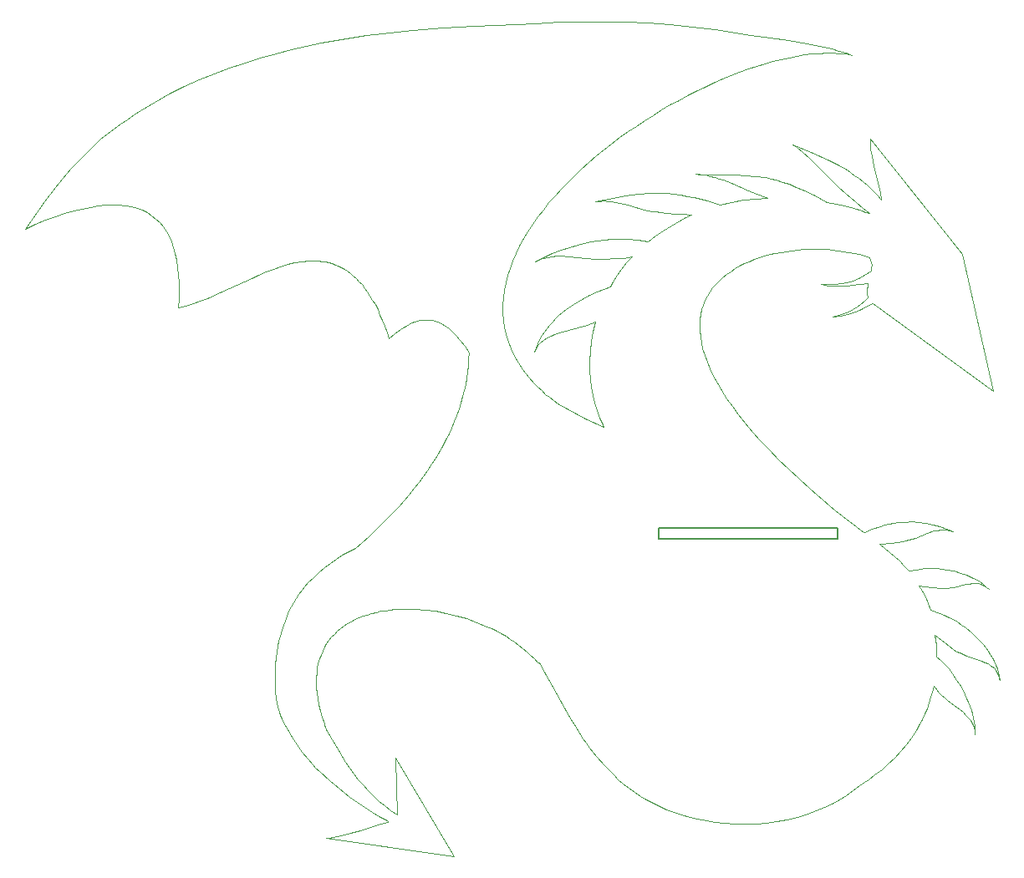
<source format=gbr>
G04 #@! TF.GenerationSoftware,KiCad,Pcbnew,5.1.2*
G04 #@! TF.CreationDate,2019-09-10T23:57:46-05:00*
G04 #@! TF.ProjectId,dragos,64726167-6f73-42e6-9b69-6361645f7063,rev?*
G04 #@! TF.SameCoordinates,Original*
G04 #@! TF.FileFunction,Profile,NP*
%FSLAX46Y46*%
G04 Gerber Fmt 4.6, Leading zero omitted, Abs format (unit mm)*
G04 Created by KiCad (PCBNEW 5.1.2) date 2019-09-10 23:57:46*
%MOMM*%
%LPD*%
G04 APERTURE LIST*
%ADD10C,0.150000*%
%ADD11C,0.100000*%
G04 APERTURE END LIST*
D10*
X159940000Y-106350000D02*
X159940000Y-107460000D01*
X178030000Y-106350000D02*
X159940000Y-106350000D01*
X178020000Y-107460000D02*
X178030000Y-106350000D01*
X159940000Y-107460000D02*
X178020000Y-107460000D01*
D11*
X194441270Y-121803992D02*
X194417570Y-121604751D01*
X194417570Y-121604751D02*
X194378270Y-121418516D01*
X194378270Y-121418516D02*
X194324170Y-121244640D01*
X194324170Y-121244640D02*
X194255970Y-121082481D01*
X194255970Y-121082481D02*
X194174470Y-120931390D01*
X194174470Y-120931390D02*
X194080370Y-120790722D01*
X194080370Y-120790722D02*
X193857690Y-120538064D01*
X193857690Y-120538064D02*
X193594040Y-120319346D01*
X193594040Y-120319346D02*
X193295580Y-120129396D01*
X193295580Y-120129396D02*
X192968460Y-119963045D01*
X192968460Y-119963045D02*
X192618800Y-119815124D01*
X192618800Y-119815124D02*
X191876490Y-119553905D01*
X191876490Y-119553905D02*
X191117790Y-119304385D01*
X191117790Y-119304385D02*
X190747660Y-119171093D01*
X190747660Y-119171093D02*
X190391860Y-119025221D01*
X190391860Y-119025221D02*
X190056540Y-118861600D01*
X190056540Y-118861600D02*
X189747843Y-118675062D01*
X189747843Y-118675062D02*
X188869911Y-117988528D01*
X188869911Y-117988528D02*
X187917086Y-117177169D01*
X187917086Y-117177169D02*
X187985226Y-117707674D01*
X187985226Y-117707674D02*
X188037766Y-118250659D01*
X188037766Y-118250659D02*
X188071566Y-118806127D01*
X188071566Y-118806127D02*
X188083516Y-119374077D01*
X188083516Y-119374077D02*
X188501157Y-119761034D01*
X188501157Y-119761034D02*
X188903195Y-120172954D01*
X188903195Y-120172954D02*
X189286509Y-120609840D01*
X189286509Y-120609840D02*
X189647980Y-121071688D01*
X189647980Y-121071688D02*
X190120752Y-121761019D01*
X190120752Y-121761019D02*
X190559200Y-122479604D01*
X190559200Y-122479604D02*
X190953960Y-123225494D01*
X190953960Y-123225494D02*
X191132030Y-123608070D01*
X191132030Y-123608070D02*
X191295660Y-123996740D01*
X191295660Y-123996740D02*
X191443700Y-124391261D01*
X191443700Y-124391261D02*
X191574960Y-124791388D01*
X191574960Y-124791388D02*
X191688270Y-125196881D01*
X191688270Y-125196881D02*
X191782470Y-125607493D01*
X191782470Y-125607493D02*
X191856370Y-126022981D01*
X191856370Y-126022981D02*
X191908870Y-126443101D01*
X191908870Y-126443101D02*
X191938670Y-126867609D01*
X191938670Y-126867609D02*
X191944670Y-127296263D01*
X191944670Y-127296263D02*
X191936670Y-127094332D01*
X191936670Y-127094332D02*
X191913870Y-126900197D01*
X191913870Y-126900197D02*
X191826270Y-126533728D01*
X191826270Y-126533728D02*
X191687740Y-126193687D01*
X191687740Y-126193687D02*
X191504450Y-125876906D01*
X191504450Y-125876906D02*
X191282550Y-125580212D01*
X191282550Y-125580212D02*
X191028170Y-125300438D01*
X191028170Y-125300438D02*
X190747460Y-125034414D01*
X190747460Y-125034414D02*
X190446570Y-124778972D01*
X190446570Y-124778972D02*
X189808793Y-124287152D01*
X189808793Y-124287152D02*
X189163997Y-123799621D01*
X189163997Y-123799621D02*
X188854327Y-123549542D01*
X188854327Y-123549542D02*
X188561330Y-123291027D01*
X188561330Y-123291027D02*
X188291153Y-123020907D01*
X188291153Y-123020907D02*
X188049941Y-122736014D01*
X188049941Y-122736014D02*
X187929279Y-122552938D01*
X187929279Y-122552938D02*
X187783653Y-122369863D01*
X187783653Y-122369863D02*
X187646346Y-122942494D01*
X187646346Y-122942494D02*
X187484075Y-123512006D01*
X187484075Y-123512006D02*
X187296838Y-124078395D01*
X187296838Y-124078395D02*
X187084637Y-124641665D01*
X187084637Y-124641665D02*
X186847470Y-125201814D01*
X186847470Y-125201814D02*
X186585340Y-125758843D01*
X186585340Y-125758843D02*
X186298244Y-126312751D01*
X186298244Y-126312751D02*
X185986183Y-126863539D01*
X185986183Y-126863539D02*
X185513411Y-127597011D01*
X185513411Y-127597011D02*
X184993829Y-128300058D01*
X184993829Y-128300058D02*
X184427439Y-128973460D01*
X184427439Y-128973460D02*
X183814239Y-129617996D01*
X183814239Y-129617996D02*
X183154231Y-130234446D01*
X183154231Y-130234446D02*
X182514231Y-130806885D01*
X182514231Y-130806885D02*
X181777309Y-131369506D01*
X181777309Y-131369506D02*
X181196756Y-131834090D01*
X181196756Y-131834090D02*
X180794949Y-132139618D01*
X180794949Y-132139618D02*
X180266110Y-132484332D01*
X180266110Y-132484332D02*
X179607662Y-132977847D01*
X179607662Y-132977847D02*
X178918007Y-133453741D01*
X178918007Y-133453741D02*
X178197148Y-133895306D01*
X178197148Y-133895306D02*
X177445080Y-134302546D01*
X177445080Y-134302546D02*
X176661806Y-134675458D01*
X176661806Y-134675458D02*
X175847328Y-135014044D01*
X175847328Y-135014044D02*
X175001643Y-135318303D01*
X175001643Y-135318303D02*
X173962546Y-135628676D01*
X173962546Y-135628676D02*
X172917599Y-135885214D01*
X172917599Y-135885214D02*
X171867189Y-136087143D01*
X171867189Y-136087143D02*
X170811708Y-136233682D01*
X170811708Y-136233682D02*
X169751546Y-136324052D01*
X169751546Y-136324052D02*
X168687094Y-136357462D01*
X168687094Y-136357462D02*
X167618740Y-136333142D01*
X167618740Y-136333142D02*
X166546877Y-136250322D01*
X166546877Y-136250322D02*
X165624867Y-136137850D01*
X165624867Y-136137850D02*
X164731723Y-135999632D01*
X164731723Y-135999632D02*
X163868225Y-135834890D01*
X163868225Y-135834890D02*
X163035152Y-135642843D01*
X163035152Y-135642843D02*
X162233286Y-135422710D01*
X162233286Y-135422710D02*
X161463406Y-135173711D01*
X161463406Y-135173711D02*
X160726292Y-134895067D01*
X160726292Y-134895067D02*
X160022724Y-134585997D01*
X160022724Y-134585997D02*
X159347307Y-134252092D01*
X159347307Y-134252092D02*
X158694905Y-133899463D01*
X158694905Y-133899463D02*
X158066688Y-133528110D01*
X158066688Y-133528110D02*
X157463825Y-133138035D01*
X157463825Y-133138035D02*
X156887488Y-132729235D01*
X156887488Y-132729235D02*
X156338846Y-132301711D01*
X156338846Y-132301711D02*
X155819069Y-131855465D01*
X155819069Y-131855465D02*
X155329328Y-131390494D01*
X155329328Y-131390494D02*
X154424873Y-130448590D01*
X154424873Y-130448590D02*
X153610914Y-129522289D01*
X153610914Y-129522289D02*
X152890573Y-128614712D01*
X152890573Y-128614712D02*
X152566485Y-128168921D01*
X152566485Y-128168921D02*
X152266972Y-127728980D01*
X152266972Y-127728980D02*
X151637128Y-126717384D01*
X151637128Y-126717384D02*
X150898065Y-125477981D01*
X150898065Y-125477981D02*
X150052900Y-124007654D01*
X150052900Y-124007654D02*
X149104755Y-122303282D01*
X149104755Y-122303282D02*
X148466233Y-121138897D01*
X148466233Y-121138897D02*
X147824968Y-120038371D01*
X147824968Y-120038371D02*
X147642466Y-119962531D01*
X147642466Y-119962531D02*
X147291496Y-119591425D01*
X147291496Y-119591425D02*
X146923765Y-119232271D01*
X146923765Y-119232271D02*
X146540106Y-118885209D01*
X146540106Y-118885209D02*
X146141348Y-118550379D01*
X146141348Y-118550379D02*
X145728325Y-118227924D01*
X145728325Y-118227924D02*
X145301870Y-117917983D01*
X145301870Y-117917983D02*
X144862811Y-117620697D01*
X144862811Y-117620697D02*
X144411982Y-117336207D01*
X144411982Y-117336207D02*
X143950213Y-117064654D01*
X143950213Y-117064654D02*
X143478338Y-116806178D01*
X143478338Y-116806178D02*
X142997188Y-116560919D01*
X142997188Y-116560919D02*
X142507595Y-116329020D01*
X142507595Y-116329020D02*
X141506402Y-115905860D01*
X141506402Y-115905860D02*
X140481415Y-115537824D01*
X140481415Y-115537824D02*
X139439286Y-115226037D01*
X139439286Y-115226037D02*
X138386671Y-114971624D01*
X138386671Y-114971624D02*
X137330223Y-114775712D01*
X137330223Y-114775712D02*
X136276591Y-114639427D01*
X136276591Y-114639427D02*
X135232435Y-114563897D01*
X135232435Y-114563897D02*
X134204404Y-114550237D01*
X134204404Y-114550237D02*
X133698516Y-114566957D01*
X133698516Y-114566957D02*
X133199153Y-114599577D01*
X133199153Y-114599577D02*
X132707150Y-114648227D01*
X132707150Y-114648227D02*
X132223337Y-114713057D01*
X132223337Y-114713057D02*
X131748546Y-114794187D01*
X131748546Y-114794187D02*
X131283608Y-114891777D01*
X131283608Y-114891777D02*
X130829354Y-115005972D01*
X130829354Y-115005972D02*
X130386618Y-115136895D01*
X130386618Y-115136895D02*
X129956229Y-115284697D01*
X129956229Y-115284697D02*
X129539023Y-115449514D01*
X129539023Y-115449514D02*
X129135827Y-115631490D01*
X129135827Y-115631490D02*
X128747475Y-115830765D01*
X128747475Y-115830765D02*
X128374799Y-116047478D01*
X128374799Y-116047478D02*
X128018630Y-116281773D01*
X128018630Y-116281773D02*
X127679797Y-116533789D01*
X127679797Y-116533789D02*
X127359137Y-116803665D01*
X127359137Y-116803665D02*
X127057479Y-117091544D01*
X127057479Y-117091544D02*
X126775653Y-117397566D01*
X126775653Y-117397566D02*
X126514494Y-117721872D01*
X126514494Y-117721872D02*
X126274831Y-118064602D01*
X126274831Y-118064602D02*
X126057498Y-118425898D01*
X126057498Y-118425898D02*
X125863325Y-118805898D01*
X125863325Y-118805898D02*
X125693145Y-119204747D01*
X125693145Y-119204747D02*
X125547788Y-119622582D01*
X125547788Y-119622582D02*
X125428082Y-120059546D01*
X125428082Y-120059546D02*
X125334872Y-120515777D01*
X125334872Y-120515777D02*
X125268972Y-120991419D01*
X125268972Y-120991419D02*
X125231232Y-121486610D01*
X125231232Y-121486610D02*
X125222432Y-122001492D01*
X125222432Y-122001492D02*
X125243492Y-122536207D01*
X125243492Y-122536207D02*
X125295182Y-123090892D01*
X125295182Y-123090892D02*
X125378362Y-123665691D01*
X125378362Y-123665691D02*
X125493853Y-124260744D01*
X125493853Y-124260744D02*
X125642477Y-124876192D01*
X125642477Y-124876192D02*
X125825073Y-125512175D01*
X125825073Y-125512175D02*
X126042476Y-126168833D01*
X126042476Y-126168833D02*
X126076346Y-126322047D01*
X126076346Y-126322047D02*
X126143676Y-126506778D01*
X126143676Y-126506778D02*
X126277668Y-126785010D01*
X126277668Y-126785010D02*
X126836643Y-127799997D01*
X126836643Y-127799997D02*
X127473561Y-128903732D01*
X127473561Y-128903732D02*
X127824196Y-129477876D01*
X127824196Y-129477876D02*
X128197855Y-130061006D01*
X128197855Y-130061006D02*
X128595716Y-130648717D01*
X128595716Y-130648717D02*
X129018957Y-131236611D01*
X129018957Y-131236611D02*
X129468759Y-131820284D01*
X129468759Y-131820284D02*
X129946300Y-132395335D01*
X129946300Y-132395335D02*
X130452759Y-132957365D01*
X130452759Y-132957365D02*
X130989314Y-133501972D01*
X130989314Y-133501972D02*
X131557145Y-134024754D01*
X131557145Y-134024754D02*
X132157433Y-134521311D01*
X132157433Y-134521311D02*
X132791354Y-134987240D01*
X132791354Y-134987240D02*
X133460087Y-135418142D01*
X133460087Y-135418142D02*
X133227082Y-129659577D01*
X133227082Y-129659577D02*
X139218651Y-139678812D01*
X139218651Y-139678812D02*
X126270207Y-137814768D01*
X126270207Y-137814768D02*
X126565372Y-137781088D01*
X126565372Y-137781088D02*
X126919878Y-137720108D01*
X126919878Y-137720108D02*
X127766537Y-137531831D01*
X127766537Y-137531831D02*
X128729441Y-137281142D01*
X128729441Y-137281142D02*
X129727839Y-136999246D01*
X129727839Y-136999246D02*
X131508147Y-136466661D01*
X131508147Y-136466661D02*
X132461493Y-136183729D01*
X132461493Y-136183729D02*
X132517813Y-136161049D01*
X132517813Y-136161049D02*
X132525113Y-136128669D01*
X132525113Y-136128669D02*
X132484363Y-136083909D01*
X132484363Y-136083909D02*
X132396463Y-136024079D01*
X132396463Y-136024079D02*
X131591867Y-135580433D01*
X131591867Y-135580433D02*
X130930754Y-135198483D01*
X130930754Y-135198483D02*
X130106977Y-134681178D01*
X130106977Y-134681178D02*
X129127953Y-134007061D01*
X129127953Y-134007061D02*
X128582536Y-133604495D01*
X128582536Y-133604495D02*
X128001087Y-133154680D01*
X128001087Y-133154680D02*
X126548960Y-131906437D01*
X126548960Y-131906437D02*
X125543604Y-131010822D01*
X125543604Y-131010822D02*
X125141761Y-130634399D01*
X125141761Y-130634399D02*
X124872156Y-130358615D01*
X124872156Y-130358615D02*
X124356150Y-129751006D01*
X124356150Y-129751006D02*
X123821032Y-129067723D01*
X123821032Y-129067723D02*
X123288252Y-128332950D01*
X123288252Y-128332950D02*
X122779268Y-127570871D01*
X122779268Y-127570871D02*
X122315531Y-126805672D01*
X122315531Y-126805672D02*
X121918496Y-126061537D01*
X121918496Y-126061537D02*
X121751697Y-125704927D01*
X121751697Y-125704927D02*
X121609621Y-125362650D01*
X121609621Y-125362650D02*
X121494947Y-125037733D01*
X121494947Y-125037733D02*
X121410357Y-124733198D01*
X121410357Y-124733198D02*
X121285669Y-124138592D01*
X121285669Y-124138592D02*
X121186719Y-123527603D01*
X121186719Y-123527603D02*
X121114289Y-122899451D01*
X121114289Y-122899451D02*
X121069179Y-122253354D01*
X121069179Y-122253354D02*
X121052149Y-121588535D01*
X121052149Y-121588535D02*
X121063979Y-120904213D01*
X121063979Y-120904213D02*
X121105459Y-120199604D01*
X121105459Y-120199604D02*
X121177359Y-119473933D01*
X121177359Y-119473933D02*
X121254219Y-118900139D01*
X121254219Y-118900139D02*
X121347509Y-118339657D01*
X121347509Y-118339657D02*
X121457275Y-117792535D01*
X121457275Y-117792535D02*
X121583572Y-117258822D01*
X121583572Y-117258822D02*
X121726446Y-116738565D01*
X121726446Y-116738565D02*
X121885947Y-116231816D01*
X121885947Y-116231816D02*
X122062123Y-115738622D01*
X122062123Y-115738622D02*
X122255023Y-115259032D01*
X122255023Y-115259032D02*
X122464697Y-114793094D01*
X122464697Y-114793094D02*
X122691193Y-114340857D01*
X122691193Y-114340857D02*
X122934559Y-113902371D01*
X122934559Y-113902371D02*
X123194845Y-113477684D01*
X123194845Y-113477684D02*
X123472099Y-113066845D01*
X123472099Y-113066845D02*
X123766370Y-112669901D01*
X123766370Y-112669901D02*
X124077708Y-112286903D01*
X124077708Y-112286903D02*
X124406160Y-111917899D01*
X124406160Y-111917899D02*
X124942163Y-111355286D01*
X124942163Y-111355286D02*
X125488213Y-110830096D01*
X125488213Y-110830096D02*
X126048766Y-110340992D01*
X126048766Y-110340992D02*
X126628285Y-109886630D01*
X126628285Y-109886630D02*
X127231233Y-109465674D01*
X127231233Y-109465674D02*
X127862066Y-109076785D01*
X127862066Y-109076785D02*
X128525247Y-108718622D01*
X128525247Y-108718622D02*
X129225237Y-108389848D01*
X129225237Y-108389848D02*
X130578589Y-107191998D01*
X130578589Y-107191998D02*
X131848210Y-105988915D01*
X131848210Y-105988915D02*
X132451540Y-105385405D01*
X132451540Y-105385405D02*
X133033837Y-104780582D01*
X133033837Y-104780582D02*
X133595070Y-104174442D01*
X133595070Y-104174442D02*
X134135205Y-103566983D01*
X134135205Y-103566983D02*
X134654210Y-102958204D01*
X134654210Y-102958204D02*
X135152052Y-102348102D01*
X135152052Y-102348102D02*
X135628698Y-101736674D01*
X135628698Y-101736674D02*
X136084114Y-101123921D01*
X136084114Y-101123921D02*
X136518267Y-100509839D01*
X136518267Y-100509839D02*
X136931126Y-99894425D01*
X136931126Y-99894425D02*
X137322657Y-99277678D01*
X137322657Y-99277678D02*
X137692826Y-98659596D01*
X137692826Y-98659596D02*
X138041602Y-98040178D01*
X138041602Y-98040178D02*
X138368950Y-97419420D01*
X138368950Y-97419420D02*
X138674839Y-96797321D01*
X138674839Y-96797321D02*
X138959235Y-96173878D01*
X138959235Y-96173878D02*
X139222107Y-95549091D01*
X139222107Y-95549091D02*
X139463417Y-94922954D01*
X139463417Y-94922954D02*
X139683138Y-94295471D01*
X139683138Y-94295471D02*
X139881233Y-93666635D01*
X139881233Y-93666635D02*
X140057673Y-93036444D01*
X140057673Y-93036444D02*
X140212421Y-92404899D01*
X140212421Y-92404899D02*
X140345445Y-91771996D01*
X140345445Y-91771996D02*
X140456709Y-91137732D01*
X140456709Y-91137732D02*
X140546179Y-90502108D01*
X140546179Y-90502108D02*
X140613839Y-89865118D01*
X140613839Y-89865118D02*
X140659649Y-89226765D01*
X140659649Y-89226765D02*
X140683569Y-88587042D01*
X140683569Y-88587042D02*
X140257524Y-87918727D01*
X140257524Y-87918727D02*
X139821894Y-87322309D01*
X139821894Y-87322309D02*
X139376520Y-86798973D01*
X139376520Y-86798973D02*
X138921244Y-86349905D01*
X138921244Y-86349905D02*
X138689843Y-86153593D01*
X138689843Y-86153593D02*
X138455907Y-85976293D01*
X138455907Y-85976293D02*
X138219416Y-85818153D01*
X138219416Y-85818153D02*
X137980351Y-85679322D01*
X137980351Y-85679322D02*
X137738691Y-85559957D01*
X137738691Y-85559957D02*
X137494418Y-85460187D01*
X137494418Y-85460187D02*
X137247510Y-85380177D01*
X137247510Y-85380177D02*
X136997948Y-85320067D01*
X136997948Y-85320067D02*
X136745713Y-85280007D01*
X136745713Y-85280007D02*
X136490786Y-85260147D01*
X136490786Y-85260147D02*
X136233145Y-85260633D01*
X136233145Y-85260633D02*
X135972771Y-85281623D01*
X135972771Y-85281623D02*
X135709645Y-85323253D01*
X135709645Y-85323253D02*
X135443746Y-85385663D01*
X135443746Y-85385663D02*
X135175055Y-85469023D01*
X135175055Y-85469023D02*
X134903553Y-85573468D01*
X134903553Y-85573468D02*
X134629219Y-85699150D01*
X134629219Y-85699150D02*
X134352033Y-85846220D01*
X134352033Y-85846220D02*
X134071976Y-86014824D01*
X134071976Y-86014824D02*
X133789028Y-86205111D01*
X133789028Y-86205111D02*
X133214381Y-86651328D01*
X133214381Y-86651328D02*
X132627932Y-87186052D01*
X132627932Y-87186052D02*
X132627932Y-87186052D01*
X132627932Y-87186052D02*
X132404298Y-86525690D01*
X132404298Y-86525690D02*
X132174516Y-85899582D01*
X132174516Y-85899582D02*
X131938715Y-85307012D01*
X131938715Y-85307012D02*
X131697023Y-84747260D01*
X131697023Y-84747260D02*
X131449570Y-84219608D01*
X131449570Y-84219608D02*
X131196485Y-83723339D01*
X131196485Y-83723339D02*
X130937893Y-83257732D01*
X130937893Y-83257732D02*
X130673930Y-82822072D01*
X130673930Y-82822072D02*
X130404720Y-82415639D01*
X130404720Y-82415639D02*
X130130392Y-82037714D01*
X130130392Y-82037714D02*
X129851076Y-81687582D01*
X129851076Y-81687582D02*
X129566902Y-81364523D01*
X129566902Y-81364523D02*
X129277997Y-81067816D01*
X129277997Y-81067816D02*
X128984488Y-80796748D01*
X128984488Y-80796748D02*
X128686510Y-80550597D01*
X128686510Y-80550597D02*
X128384187Y-80328645D01*
X128384187Y-80328645D02*
X128077650Y-80130175D01*
X128077650Y-80130175D02*
X127767027Y-79954469D01*
X127767027Y-79954469D02*
X127452447Y-79800809D01*
X127452447Y-79800809D02*
X127134039Y-79668475D01*
X127134039Y-79668475D02*
X126811932Y-79556746D01*
X126811932Y-79556746D02*
X126486255Y-79464906D01*
X126486255Y-79464906D02*
X126157136Y-79392256D01*
X126157136Y-79392256D02*
X125824707Y-79338046D01*
X125824707Y-79338046D02*
X125489092Y-79301576D01*
X125489092Y-79301576D02*
X125150424Y-79282116D01*
X125150424Y-79282116D02*
X124808830Y-79279016D01*
X124808830Y-79279016D02*
X124464439Y-79291466D01*
X124464439Y-79291466D02*
X123767784Y-79360196D01*
X123767784Y-79360196D02*
X123061489Y-79482632D01*
X123061489Y-79482632D02*
X122346585Y-79653026D01*
X122346585Y-79653026D02*
X121624105Y-79865635D01*
X121624105Y-79865635D02*
X120895079Y-80114713D01*
X120895079Y-80114713D02*
X120160537Y-80394517D01*
X120160537Y-80394517D02*
X119421512Y-80699298D01*
X119421512Y-80699298D02*
X118679036Y-81023313D01*
X118679036Y-81023313D02*
X117187852Y-81706058D01*
X117187852Y-81706058D02*
X115695236Y-82396783D01*
X115695236Y-82396783D02*
X114209437Y-83049526D01*
X114209437Y-83049526D02*
X113471672Y-83347289D01*
X113471672Y-83347289D02*
X112738705Y-83618320D01*
X112738705Y-83618320D02*
X112011568Y-83856873D01*
X112011568Y-83856873D02*
X111291292Y-84057201D01*
X111291292Y-84057201D02*
X111339112Y-83151794D01*
X111339112Y-83151794D02*
X111355432Y-82284894D01*
X111355432Y-82284894D02*
X111339932Y-81456873D01*
X111339932Y-81456873D02*
X111292322Y-80668103D01*
X111292322Y-80668103D02*
X111212292Y-79918960D01*
X111212292Y-79918960D02*
X111099531Y-79209816D01*
X111099531Y-79209816D02*
X110953744Y-78541043D01*
X110953744Y-78541043D02*
X110774618Y-77913018D01*
X110774618Y-77913018D02*
X110561851Y-77326111D01*
X110561851Y-77326111D02*
X110315134Y-76780698D01*
X110315134Y-76780698D02*
X110034162Y-76277151D01*
X110034162Y-76277151D02*
X109718632Y-75815843D01*
X109718632Y-75815843D02*
X109368235Y-75397149D01*
X109368235Y-75397149D02*
X108982667Y-75021443D01*
X108982667Y-75021443D02*
X108561623Y-74689095D01*
X108561623Y-74689095D02*
X108104797Y-74400482D01*
X108104797Y-74400482D02*
X107611884Y-74155974D01*
X107611884Y-74155974D02*
X107082576Y-73955954D01*
X107082576Y-73955954D02*
X106516570Y-73800782D01*
X106516570Y-73800782D02*
X105913560Y-73690839D01*
X105913560Y-73690839D02*
X105273242Y-73626489D01*
X105273242Y-73626489D02*
X104595307Y-73608119D01*
X104595307Y-73608119D02*
X103879452Y-73636099D01*
X103879452Y-73636099D02*
X103125371Y-73710799D01*
X103125371Y-73710799D02*
X102332757Y-73832593D01*
X102332757Y-73832593D02*
X101501306Y-74001853D01*
X101501306Y-74001853D02*
X100630713Y-74218957D01*
X100630713Y-74218957D02*
X99720670Y-74484273D01*
X99720670Y-74484273D02*
X98770874Y-74798179D01*
X98770874Y-74798179D02*
X97781018Y-75161047D01*
X97781018Y-75161047D02*
X96750797Y-75573251D01*
X96750797Y-75573251D02*
X95742607Y-76097845D01*
X95742607Y-76097845D02*
X97739521Y-73247400D01*
X97739521Y-73247400D02*
X98783365Y-71869130D01*
X98783365Y-71869130D02*
X99874020Y-70509585D01*
X99874020Y-70509585D02*
X100422745Y-69872838D01*
X100422745Y-69872838D02*
X100988743Y-69254352D01*
X100988743Y-69254352D02*
X101571344Y-68653859D01*
X101571344Y-68653859D02*
X102169877Y-68071089D01*
X102169877Y-68071089D02*
X102783672Y-67505775D01*
X102783672Y-67505775D02*
X103412058Y-66957650D01*
X103412058Y-66957650D02*
X104054365Y-66426444D01*
X104054365Y-66426444D02*
X104709922Y-65911888D01*
X104709922Y-65911888D02*
X105378060Y-65413716D01*
X105378060Y-65413716D02*
X106058106Y-64931659D01*
X106058106Y-64931659D02*
X106749392Y-64465449D01*
X106749392Y-64465449D02*
X107451247Y-64014818D01*
X107451247Y-64014818D02*
X108883980Y-63159219D01*
X108883980Y-63159219D02*
X110350943Y-62362716D01*
X110350943Y-62362716D02*
X111846770Y-61623165D01*
X111846770Y-61623165D02*
X113366101Y-60938419D01*
X113366101Y-60938419D02*
X114903570Y-60306333D01*
X114903570Y-60306333D02*
X116453814Y-59724762D01*
X116453814Y-59724762D02*
X118011469Y-59191560D01*
X118011469Y-59191560D02*
X119571172Y-58704582D01*
X119571172Y-58704582D02*
X121127560Y-58261683D01*
X121127560Y-58261683D02*
X122675268Y-57860718D01*
X122675268Y-57860718D02*
X124190552Y-57506074D01*
X124190552Y-57506074D02*
X125715001Y-57189267D01*
X125715001Y-57189267D02*
X127247642Y-56907567D01*
X127247642Y-56907567D02*
X128787501Y-56658243D01*
X128787501Y-56658243D02*
X130333600Y-56438565D01*
X130333600Y-56438565D02*
X131884965Y-56245803D01*
X131884965Y-56245803D02*
X133440620Y-56077225D01*
X133440620Y-56077225D02*
X134999592Y-55930102D01*
X134999592Y-55930102D02*
X138123581Y-55689295D01*
X138123581Y-55689295D02*
X141249130Y-55501538D01*
X141249130Y-55501538D02*
X147473705Y-55197799D01*
X147473705Y-55197799D02*
X149753635Y-55103529D01*
X149753635Y-55103529D02*
X152026152Y-55049049D01*
X152026152Y-55049049D02*
X154293209Y-55039849D01*
X154293209Y-55039849D02*
X156556757Y-55081329D01*
X156556757Y-55081329D02*
X158818743Y-55178979D01*
X158818743Y-55178979D02*
X161081119Y-55338260D01*
X161081119Y-55338260D02*
X163345835Y-55564634D01*
X163345835Y-55564634D02*
X165614842Y-55863562D01*
X165614842Y-55863562D02*
X169286238Y-56385744D01*
X169286238Y-56385744D02*
X171197416Y-56656977D01*
X171197416Y-56656977D02*
X173091820Y-56945373D01*
X173091820Y-56945373D02*
X174919132Y-57258735D01*
X174919132Y-57258735D02*
X176629030Y-57604862D01*
X176629030Y-57604862D02*
X177424224Y-57792651D01*
X177424224Y-57792651D02*
X178171195Y-57991558D01*
X178171195Y-57991558D02*
X178863653Y-58202556D01*
X178863653Y-58202556D02*
X179495317Y-58426628D01*
X179495317Y-58426628D02*
X178886224Y-58323824D01*
X178886224Y-58323824D02*
X178248916Y-58255234D01*
X178248916Y-58255234D02*
X177584922Y-58220154D01*
X177584922Y-58220154D02*
X176895769Y-58217854D01*
X176895769Y-58217854D02*
X176182986Y-58247714D01*
X176182986Y-58247714D02*
X175448102Y-58308984D01*
X175448102Y-58308984D02*
X174692643Y-58400984D01*
X174692643Y-58400984D02*
X173918140Y-58523001D01*
X173918140Y-58523001D02*
X173126120Y-58674341D01*
X173126120Y-58674341D02*
X172318110Y-58854305D01*
X172318110Y-58854305D02*
X171495642Y-59062194D01*
X171495642Y-59062194D02*
X170660241Y-59297311D01*
X170660241Y-59297311D02*
X169813436Y-59558955D01*
X169813436Y-59558955D02*
X168956757Y-59846429D01*
X168956757Y-59846429D02*
X168091729Y-60159034D01*
X168091729Y-60159034D02*
X167219884Y-60496071D01*
X167219884Y-60496071D02*
X166342747Y-60856842D01*
X166342747Y-60856842D02*
X165461849Y-61240649D01*
X165461849Y-61240649D02*
X164578718Y-61646791D01*
X164578718Y-61646791D02*
X163694880Y-62074572D01*
X163694880Y-62074572D02*
X162811866Y-62523291D01*
X162811866Y-62523291D02*
X161931202Y-62992251D01*
X161931202Y-62992251D02*
X161054417Y-63480753D01*
X161054417Y-63480753D02*
X160183041Y-63988097D01*
X160183041Y-63988097D02*
X159318601Y-64513587D01*
X159318601Y-64513587D02*
X158462625Y-65056523D01*
X158462625Y-65056523D02*
X157616642Y-65616206D01*
X157616642Y-65616206D02*
X156782179Y-66191939D01*
X156782179Y-66191939D02*
X155960766Y-66783020D01*
X155960766Y-66783020D02*
X155153931Y-67388754D01*
X155153931Y-67388754D02*
X154363201Y-68008440D01*
X154363201Y-68008440D02*
X153590106Y-68641380D01*
X153590106Y-68641380D02*
X152836173Y-69286876D01*
X152836173Y-69286876D02*
X152102931Y-69944229D01*
X152102931Y-69944229D02*
X151391908Y-70612741D01*
X151391908Y-70612741D02*
X150704632Y-71291711D01*
X150704632Y-71291711D02*
X150042632Y-71980444D01*
X150042632Y-71980444D02*
X149407436Y-72678237D01*
X149407436Y-72678237D02*
X148800572Y-73384396D01*
X148800572Y-73384396D02*
X148223570Y-74098220D01*
X148223570Y-74098220D02*
X147677956Y-74819009D01*
X147677956Y-74819009D02*
X147165258Y-75546067D01*
X147165258Y-75546067D02*
X146687007Y-76278694D01*
X146687007Y-76278694D02*
X146244730Y-77016192D01*
X146244730Y-77016192D02*
X145839955Y-77757861D01*
X145839955Y-77757861D02*
X145474210Y-78503004D01*
X145474210Y-78503004D02*
X145149024Y-79250922D01*
X145149024Y-79250922D02*
X144865925Y-80000915D01*
X144865925Y-80000915D02*
X144626441Y-80752286D01*
X144626441Y-80752286D02*
X144432102Y-81504337D01*
X144432102Y-81504337D02*
X144284433Y-82256367D01*
X144284433Y-82256367D02*
X144184973Y-83007679D01*
X144184973Y-83007679D02*
X144135233Y-83757574D01*
X144135233Y-83757574D02*
X144136733Y-84505353D01*
X144136733Y-84505353D02*
X144191033Y-85250317D01*
X144191033Y-85250317D02*
X144299655Y-85991769D01*
X144299655Y-85991769D02*
X144464113Y-86729009D01*
X144464113Y-86729009D02*
X144685942Y-87461339D01*
X144685942Y-87461339D02*
X144966668Y-88188060D01*
X144966668Y-88188060D02*
X145307822Y-88908473D01*
X145307822Y-88908473D02*
X145710931Y-89621881D01*
X145710931Y-89621881D02*
X146177524Y-90327584D01*
X146177524Y-90327584D02*
X146709127Y-91024883D01*
X146709127Y-91024883D02*
X147307271Y-91713080D01*
X147307271Y-91713080D02*
X147672131Y-92085699D01*
X147672131Y-92085699D02*
X148054202Y-92442521D01*
X148054202Y-92442521D02*
X148451973Y-92784131D01*
X148451973Y-92784131D02*
X148863934Y-93111112D01*
X148863934Y-93111112D02*
X149724377Y-93723532D01*
X149724377Y-93723532D02*
X150623437Y-94284462D01*
X150623437Y-94284462D02*
X151549022Y-94798582D01*
X151549022Y-94798582D02*
X152489039Y-95270575D01*
X152489039Y-95270575D02*
X153431396Y-95705121D01*
X153431396Y-95705121D02*
X154364057Y-96106951D01*
X154364057Y-96106951D02*
X154264207Y-95907232D01*
X154264207Y-95907232D02*
X153948960Y-95184681D01*
X153948960Y-95184681D02*
X153677011Y-94439506D01*
X153677011Y-94439506D02*
X153447972Y-93670925D01*
X153447972Y-93670925D02*
X153261450Y-92878161D01*
X153261450Y-92878161D02*
X153117057Y-92060432D01*
X153117057Y-92060432D02*
X153014399Y-91216956D01*
X153014399Y-91216956D02*
X152953089Y-90346957D01*
X152953089Y-90346957D02*
X152932749Y-89449652D01*
X152932749Y-89449652D02*
X152969669Y-88432335D01*
X152969669Y-88432335D02*
X153078367Y-87427499D01*
X153078367Y-87427499D02*
X153255722Y-86435145D01*
X153255722Y-86435145D02*
X153498609Y-85455274D01*
X153498609Y-85455274D02*
X153084600Y-85626794D01*
X153084600Y-85626794D02*
X152645579Y-85782028D01*
X152645579Y-85782028D02*
X151717262Y-86059632D01*
X151717262Y-86059632D02*
X150763201Y-86320072D01*
X150763201Y-86320072D02*
X149832934Y-86595335D01*
X149832934Y-86595335D02*
X149392205Y-86748522D01*
X149392205Y-86748522D02*
X148976002Y-86917408D01*
X148976002Y-86917408D02*
X148590518Y-87105995D01*
X148590518Y-87105995D02*
X148241944Y-87318277D01*
X148241944Y-87318277D02*
X147936474Y-87558255D01*
X147936474Y-87558255D02*
X147680299Y-87829927D01*
X147680299Y-87829927D02*
X147479614Y-88137290D01*
X147479614Y-88137290D02*
X147402014Y-88305607D01*
X147402014Y-88305607D02*
X147340604Y-88484345D01*
X147340604Y-88484345D02*
X147484762Y-88055180D01*
X147484762Y-88055180D02*
X147654420Y-87641131D01*
X147654420Y-87641131D02*
X147848556Y-87241709D01*
X147848556Y-87241709D02*
X148066146Y-86856427D01*
X148066146Y-86856427D02*
X148306165Y-86484799D01*
X148306165Y-86484799D02*
X148567588Y-86126335D01*
X148567588Y-86126335D02*
X148849394Y-85780549D01*
X148849394Y-85780549D02*
X149150557Y-85446952D01*
X149150557Y-85446952D02*
X149470055Y-85125058D01*
X149470055Y-85125058D02*
X149806861Y-84814380D01*
X149806861Y-84814380D02*
X150528306Y-84224714D01*
X150528306Y-84224714D02*
X151306703Y-83674057D01*
X151306703Y-83674057D02*
X152133859Y-83158506D01*
X152133859Y-83158506D02*
X152918173Y-82732023D01*
X152918173Y-82732023D02*
X153640073Y-82392917D01*
X153640073Y-82392917D02*
X154324526Y-82128705D01*
X154324526Y-82128705D02*
X154996498Y-81926905D01*
X154996498Y-81926905D02*
X155296076Y-81394322D01*
X155296076Y-81394322D02*
X155714238Y-80732753D01*
X155714238Y-80732753D02*
X156169846Y-80096149D01*
X156169846Y-80096149D02*
X156662902Y-79484509D01*
X156662902Y-79484509D02*
X157193406Y-78897835D01*
X157193406Y-78897835D02*
X156409092Y-78985725D01*
X156409092Y-78985725D02*
X155662227Y-79051775D01*
X155662227Y-79051775D02*
X154330767Y-79130835D01*
X154330767Y-79130835D02*
X153904877Y-79142535D01*
X153904877Y-79142535D02*
X153476306Y-79131215D01*
X153476306Y-79131215D02*
X152612873Y-79059055D01*
X152612873Y-79059055D02*
X151743979Y-78954119D01*
X151743979Y-78954119D02*
X150873134Y-78856219D01*
X150873134Y-78856219D02*
X150003850Y-78805119D01*
X150003850Y-78805119D02*
X149570889Y-78809519D01*
X149570889Y-78809519D02*
X149139636Y-78840579D01*
X149139636Y-78840579D02*
X148710528Y-78903229D01*
X148710528Y-78903229D02*
X148284004Y-79002449D01*
X148284004Y-79002449D02*
X147860503Y-79143217D01*
X147860503Y-79143217D02*
X147440464Y-79330503D01*
X147440464Y-79330503D02*
X148288425Y-78920728D01*
X148288425Y-78920728D02*
X149137555Y-78542549D01*
X149137555Y-78542549D02*
X149992146Y-78199477D01*
X149992146Y-78199477D02*
X150856491Y-77895023D01*
X150856491Y-77895023D02*
X151734877Y-77632696D01*
X151734877Y-77632696D02*
X152631596Y-77416010D01*
X152631596Y-77416010D02*
X153550940Y-77248471D01*
X153550940Y-77248471D02*
X154497200Y-77133597D01*
X154497200Y-77133597D02*
X155055919Y-77095757D01*
X155055919Y-77095757D02*
X155609178Y-77080547D01*
X155609178Y-77080547D02*
X156702430Y-77108627D01*
X156702430Y-77108627D02*
X157783202Y-77199117D01*
X157783202Y-77199117D02*
X158857731Y-77333303D01*
X158857731Y-77333303D02*
X159600435Y-76752349D01*
X159600435Y-76752349D02*
X160380587Y-76205723D01*
X160380587Y-76205723D02*
X161198187Y-75690302D01*
X161198187Y-75690302D02*
X162053234Y-75202968D01*
X162053234Y-75202968D02*
X162652391Y-74878424D01*
X162652391Y-74878424D02*
X163251548Y-74603811D01*
X163251548Y-74603811D02*
X162368415Y-74562721D01*
X162368415Y-74562721D02*
X161528972Y-74499791D01*
X161528972Y-74499791D02*
X160056045Y-74370804D01*
X160056045Y-74370804D02*
X159645221Y-74322264D01*
X159645221Y-74322264D02*
X159236300Y-74253974D01*
X159236300Y-74253974D02*
X158422407Y-74072784D01*
X158422407Y-74072784D02*
X156798130Y-73634338D01*
X156798130Y-73634338D02*
X155980725Y-73435595D01*
X155980725Y-73435595D02*
X155155129Y-73289512D01*
X155155129Y-73289512D02*
X154738163Y-73245362D01*
X154738163Y-73245362D02*
X154317831Y-73225342D01*
X154317831Y-73225342D02*
X153893696Y-73233142D01*
X153893696Y-73233142D02*
X153465320Y-73272372D01*
X153465320Y-73272372D02*
X155273192Y-72908301D01*
X155273192Y-72908301D02*
X156170887Y-72745769D01*
X156170887Y-72745769D02*
X157068581Y-72606642D01*
X157068581Y-72606642D02*
X157969398Y-72498724D01*
X157969398Y-72498724D02*
X158876454Y-72429804D01*
X158876454Y-72429804D02*
X159792872Y-72407704D01*
X159792872Y-72407704D02*
X160721774Y-72440214D01*
X160721774Y-72440214D02*
X161427226Y-72506654D01*
X161427226Y-72506654D02*
X162121366Y-72603524D01*
X162121366Y-72603524D02*
X162805365Y-72726915D01*
X162805365Y-72726915D02*
X163480391Y-72872933D01*
X163480391Y-72872933D02*
X164808211Y-73217240D01*
X164808211Y-73217240D02*
X166114185Y-73605236D01*
X166114185Y-73605236D02*
X167275572Y-73336864D01*
X167275572Y-73336864D02*
X168465044Y-73130905D01*
X168465044Y-73130905D02*
X169685722Y-72987358D01*
X169685722Y-72987358D02*
X170940727Y-72906228D01*
X170940727Y-72906228D02*
X170741008Y-72839648D01*
X170741008Y-72839648D02*
X169861582Y-72534674D01*
X169861582Y-72534674D02*
X169010631Y-72184841D01*
X169010631Y-72184841D02*
X167333304Y-71445776D01*
X167333304Y-71445776D02*
X166476501Y-71104134D01*
X166476501Y-71104134D02*
X166036909Y-70950696D01*
X166036909Y-70950696D02*
X165587324Y-70812812D01*
X165587324Y-70812812D02*
X165125839Y-70693459D01*
X165125839Y-70693459D02*
X164650555Y-70595609D01*
X164650555Y-70595609D02*
X164159571Y-70522239D01*
X164159571Y-70522239D02*
X163650986Y-70476319D01*
X163650986Y-70476319D02*
X164685403Y-70519809D01*
X164685403Y-70519809D02*
X165716309Y-70537169D01*
X165716309Y-70537169D02*
X167766028Y-70563689D01*
X167766028Y-70563689D02*
X168784061Y-70607959D01*
X168784061Y-70607959D02*
X169797024Y-70696309D01*
X169797024Y-70696309D02*
X170804525Y-70846293D01*
X170804525Y-70846293D02*
X171306105Y-70949882D01*
X171306105Y-70949882D02*
X171806175Y-71075463D01*
X171806175Y-71075463D02*
X172505711Y-71288770D01*
X172505711Y-71288770D02*
X173183404Y-71527432D01*
X173183404Y-71527432D02*
X173842372Y-71788718D01*
X173842372Y-71788718D02*
X174485738Y-72069897D01*
X174485738Y-72069897D02*
X175738142Y-72681017D01*
X175738142Y-72681017D02*
X176965582Y-73338945D01*
X176965582Y-73338945D02*
X177859116Y-73520980D01*
X177859116Y-73520980D02*
X178746409Y-73721740D01*
X178746409Y-73721740D02*
X179633702Y-73947464D01*
X179633702Y-73947464D02*
X180527237Y-74204394D01*
X180527237Y-74204394D02*
X180868423Y-74333378D01*
X180868423Y-74333378D02*
X181259539Y-74437395D01*
X181259539Y-74437395D02*
X180580287Y-73910013D01*
X180580287Y-73910013D02*
X179944723Y-73388871D01*
X179944723Y-73388871D02*
X178829626Y-72440206D01*
X178829626Y-72440206D02*
X178118777Y-71788908D01*
X178118777Y-71788908D02*
X177374381Y-71061936D01*
X177374381Y-71061936D02*
X175875450Y-69552602D01*
X175875450Y-69552602D02*
X175166161Y-68856056D01*
X175166161Y-68856056D02*
X174513823Y-68255469D01*
X174513823Y-68255469D02*
X173941062Y-67793749D01*
X173941062Y-67793749D02*
X173691593Y-67628373D01*
X173691593Y-67628373D02*
X173470500Y-67513800D01*
X173470500Y-67513800D02*
X175355867Y-68302275D01*
X175355867Y-68302275D02*
X176283143Y-68705093D01*
X176283143Y-68705093D02*
X177194426Y-69128195D01*
X177194426Y-69128195D02*
X178085424Y-69582504D01*
X178085424Y-69582504D02*
X178951849Y-70078940D01*
X178951849Y-70078940D02*
X179789408Y-70628427D01*
X179789408Y-70628427D02*
X180196020Y-70926478D01*
X180196020Y-70926478D02*
X180593809Y-71241887D01*
X180593809Y-71241887D02*
X181105589Y-71692296D01*
X181105589Y-71692296D02*
X181592404Y-72148944D01*
X181592404Y-72148944D02*
X182054254Y-72618077D01*
X182054254Y-72618077D02*
X182491139Y-73105932D01*
X182491139Y-73105932D02*
X182337384Y-72310176D01*
X182337384Y-72310176D02*
X182141110Y-71427044D01*
X182141110Y-71427044D02*
X181713068Y-69585884D01*
X181713068Y-69585884D02*
X181527326Y-68721475D01*
X181527326Y-68721475D02*
X181391125Y-67956926D01*
X181391125Y-67956926D02*
X181327475Y-67339047D01*
X181327475Y-67339047D02*
X181329975Y-67099735D01*
X181329975Y-67099735D02*
X181359315Y-66914644D01*
X181359315Y-66914644D02*
X190712820Y-78631489D01*
X190712820Y-78631489D02*
X193841750Y-92445383D01*
X193841750Y-92445383D02*
X181625606Y-83557885D01*
X181625606Y-83557885D02*
X181055575Y-83836658D01*
X181055575Y-83836658D02*
X180560438Y-84090468D01*
X180560438Y-84090468D02*
X180222827Y-84258787D01*
X180222827Y-84258787D02*
X179862982Y-84413452D01*
X179862982Y-84413452D02*
X179099994Y-84677145D01*
X179099994Y-84677145D02*
X178318281Y-84872184D01*
X178318281Y-84872184D02*
X177564654Y-84989197D01*
X177564654Y-84989197D02*
X178127208Y-84821464D01*
X178127208Y-84821464D02*
X178644905Y-84639689D01*
X178644905Y-84639689D02*
X179122813Y-84439189D01*
X179122813Y-84439189D02*
X179566004Y-84215286D01*
X179566004Y-84215286D02*
X179979550Y-83963297D01*
X179979550Y-83963297D02*
X180368520Y-83678541D01*
X180368520Y-83678541D02*
X180737987Y-83356339D01*
X180737987Y-83356339D02*
X181093022Y-82992007D01*
X181093022Y-82992007D02*
X181060772Y-82566564D01*
X181060772Y-82566564D02*
X181059772Y-82184810D01*
X181059772Y-82184810D02*
X181083702Y-81840503D01*
X181083702Y-81840503D02*
X181126352Y-81527401D01*
X181126352Y-81527401D02*
X180260903Y-81656385D01*
X180260903Y-81656385D02*
X179495313Y-81760403D01*
X179495313Y-81760403D02*
X179112323Y-81812083D01*
X179112323Y-81812083D02*
X178715681Y-81843093D01*
X178715681Y-81843093D02*
X177901722Y-81847793D01*
X177901722Y-81847793D02*
X177094006Y-81783823D01*
X177094006Y-81783823D02*
X176333097Y-81660557D01*
X176333097Y-81660557D02*
X177084384Y-81689227D01*
X177084384Y-81689227D02*
X177774819Y-81671477D01*
X177774819Y-81671477D02*
X178418444Y-81601457D01*
X178418444Y-81601457D02*
X179029303Y-81473317D01*
X179029303Y-81473317D02*
X179621438Y-81281204D01*
X179621438Y-81281204D02*
X180208893Y-81019267D01*
X180208893Y-81019267D02*
X180805710Y-80681657D01*
X180805710Y-80681657D02*
X181425930Y-80262521D01*
X181425930Y-80262521D02*
X181474300Y-79992913D01*
X181474300Y-79992913D02*
X181488340Y-79728376D01*
X181488340Y-79728376D02*
X181458700Y-79461499D01*
X181458700Y-79461499D02*
X181376010Y-79184870D01*
X181376010Y-79184870D02*
X181256455Y-78914376D01*
X181256455Y-78914376D02*
X180759787Y-78761943D01*
X180759787Y-78761943D02*
X180247560Y-78624777D01*
X180247560Y-78624777D02*
X179182432Y-78396909D01*
X179182432Y-78396909D02*
X178073081Y-78232084D01*
X178073081Y-78232084D02*
X176931523Y-78131614D01*
X176931523Y-78131614D02*
X175769766Y-78096834D01*
X175769766Y-78096834D02*
X174599826Y-78129044D01*
X174599826Y-78129044D02*
X173433713Y-78229552D01*
X173433713Y-78229552D02*
X172283440Y-78399690D01*
X172283440Y-78399690D02*
X171717997Y-78511281D01*
X171717997Y-78511281D02*
X171161018Y-78640769D01*
X171161018Y-78640769D02*
X170614005Y-78788322D01*
X170614005Y-78788322D02*
X170078460Y-78954103D01*
X170078460Y-78954103D02*
X169555883Y-79138277D01*
X169555883Y-79138277D02*
X169047778Y-79341009D01*
X169047778Y-79341009D02*
X168555644Y-79562463D01*
X168555644Y-79562463D02*
X168080983Y-79802804D01*
X168080983Y-79802804D02*
X167625298Y-80062195D01*
X167625298Y-80062195D02*
X167190090Y-80340803D01*
X167190090Y-80340803D02*
X166776860Y-80638790D01*
X166776860Y-80638790D02*
X166387109Y-80956322D01*
X166387109Y-80956322D02*
X166022340Y-81293562D01*
X166022340Y-81293562D02*
X165684053Y-81650678D01*
X165684053Y-81650678D02*
X165373751Y-82027830D01*
X165373751Y-82027830D02*
X165092934Y-82425184D01*
X165092934Y-82425184D02*
X164843103Y-82842907D01*
X164843103Y-82842907D02*
X164625763Y-83281160D01*
X164625763Y-83281160D02*
X164442412Y-83740111D01*
X164442412Y-83740111D02*
X164294554Y-84219921D01*
X164294554Y-84219921D02*
X164183692Y-84720757D01*
X164183692Y-84720757D02*
X164111332Y-85242782D01*
X164111332Y-85242782D02*
X164078962Y-85786161D01*
X164078962Y-85786161D02*
X164088162Y-86351059D01*
X164088162Y-86351059D02*
X164140282Y-86937639D01*
X164140282Y-86937639D02*
X164236902Y-87546068D01*
X164236902Y-87546068D02*
X164379528Y-88176508D01*
X164379528Y-88176508D02*
X164569658Y-88829125D01*
X164569658Y-88829125D02*
X164808794Y-89504082D01*
X164808794Y-89504082D02*
X165098437Y-90201546D01*
X165098437Y-90201546D02*
X165440088Y-90921679D01*
X165440088Y-90921679D02*
X165835250Y-91664647D01*
X165835250Y-91664647D02*
X166285423Y-92430614D01*
X166285423Y-92430614D02*
X166792109Y-93219745D01*
X166792109Y-93219745D02*
X167356810Y-94032204D01*
X167356810Y-94032204D02*
X167981026Y-94868155D01*
X167981026Y-94868155D02*
X168666262Y-95727763D01*
X168666262Y-95727763D02*
X169414014Y-96611193D01*
X169414014Y-96611193D02*
X170225789Y-97518609D01*
X170225789Y-97518609D02*
X171103086Y-98450176D01*
X171103086Y-98450176D02*
X172047406Y-99406057D01*
X172047406Y-99406057D02*
X173060251Y-100386418D01*
X173060251Y-100386418D02*
X174143124Y-101391423D01*
X174143124Y-101391423D02*
X175297524Y-102421237D01*
X175297524Y-102421237D02*
X176524954Y-103476023D01*
X176524954Y-103476023D02*
X177826916Y-104555947D01*
X177826916Y-104555947D02*
X179204910Y-105661174D01*
X179204910Y-105661174D02*
X180660439Y-106791866D01*
X180660439Y-106791866D02*
X180697439Y-106820006D01*
X180697439Y-106820006D02*
X180753949Y-106787616D01*
X180753949Y-106787616D02*
X181510786Y-106457963D01*
X181510786Y-106457963D02*
X182370512Y-106167746D01*
X182370512Y-106167746D02*
X182806812Y-106044870D01*
X182806812Y-106044870D02*
X183248963Y-105939934D01*
X183248963Y-105939934D02*
X183698135Y-105855294D01*
X183698135Y-105855294D02*
X184155500Y-105793274D01*
X184155500Y-105793274D02*
X184866804Y-105741844D01*
X184866804Y-105741844D02*
X185576938Y-105737544D01*
X185576938Y-105737544D02*
X186284730Y-105780904D01*
X186284730Y-105780904D02*
X186989013Y-105872244D01*
X186989013Y-105872244D02*
X187688614Y-106011956D01*
X187688614Y-106011956D02*
X188382364Y-106200428D01*
X188382364Y-106200428D02*
X189069093Y-106438050D01*
X189069093Y-106438050D02*
X189747631Y-106725210D01*
X189747631Y-106725210D02*
X189412864Y-106613191D01*
X189412864Y-106613191D02*
X189082290Y-106548311D01*
X189082290Y-106548311D02*
X188755423Y-106525461D01*
X188755423Y-106525461D02*
X188431774Y-106539531D01*
X188431774Y-106539531D02*
X188110855Y-106585391D01*
X188110855Y-106585391D02*
X187792179Y-106657921D01*
X187792179Y-106657921D02*
X187159606Y-106862517D01*
X187159606Y-106862517D02*
X185899920Y-107366495D01*
X185899920Y-107366495D02*
X185265006Y-107583963D01*
X185265006Y-107583963D02*
X184944575Y-107666153D01*
X184944575Y-107666153D02*
X184621511Y-107723813D01*
X184621511Y-107723813D02*
X183514735Y-107869440D01*
X183514735Y-107869440D02*
X182258170Y-107990102D01*
X182258170Y-107990102D02*
X183310856Y-108838908D01*
X183310856Y-108838908D02*
X184288646Y-109687713D01*
X184288646Y-109687713D02*
X184783783Y-110191172D01*
X184783783Y-110191172D02*
X185253954Y-110719595D01*
X185253954Y-110719595D02*
X186053870Y-110566166D01*
X186053870Y-110566166D02*
X186860028Y-110465784D01*
X186860028Y-110465784D02*
X187267398Y-110440364D01*
X187267398Y-110440364D02*
X187678668Y-110434064D01*
X187678668Y-110434064D02*
X188094618Y-110448824D01*
X188094618Y-110448824D02*
X188516032Y-110486594D01*
X188516032Y-110486594D02*
X189178184Y-110590347D01*
X189178184Y-110590347D02*
X189837608Y-110729993D01*
X189837608Y-110729993D02*
X190488450Y-110910208D01*
X190488450Y-110910208D02*
X191124850Y-111135672D01*
X191124850Y-111135672D02*
X191740980Y-111411068D01*
X191740980Y-111411068D02*
X192330970Y-111741071D01*
X192330970Y-111741071D02*
X192888980Y-112130368D01*
X192888980Y-112130368D02*
X193154150Y-112348713D01*
X193154150Y-112348713D02*
X193409140Y-112583635D01*
X193409140Y-112583635D02*
X193126020Y-112353589D01*
X193126020Y-112353589D02*
X192838650Y-112183421D01*
X192838650Y-112183421D02*
X192547490Y-112066697D01*
X192547490Y-112066697D02*
X192252960Y-111996977D01*
X192252960Y-111996977D02*
X191955500Y-111967817D01*
X191955500Y-111967817D02*
X191655550Y-111972817D01*
X191655550Y-111972817D02*
X191353560Y-112005487D01*
X191353560Y-112005487D02*
X191049960Y-112059417D01*
X191049960Y-112059417D02*
X190439690Y-112205304D01*
X190439690Y-112205304D02*
X189828247Y-112358995D01*
X189828247Y-112358995D02*
X189523183Y-112422675D01*
X189523183Y-112422675D02*
X189219143Y-112468995D01*
X189219143Y-112468995D02*
X188916567Y-112491525D01*
X188916567Y-112491525D02*
X188615890Y-112483825D01*
X188615890Y-112483825D02*
X187538240Y-112371479D01*
X187538240Y-112371479D02*
X186926081Y-112291909D01*
X186926081Y-112291909D02*
X186285835Y-112184243D01*
X186285835Y-112184243D02*
X186617140Y-112751674D01*
X186617140Y-112751674D02*
X186914118Y-113353431D01*
X186914118Y-113353431D02*
X187179890Y-113986395D01*
X187179890Y-113986395D02*
X187417577Y-114647444D01*
X187417577Y-114647444D02*
X187417577Y-114647444D01*
X187417577Y-114647444D02*
X188377164Y-114994351D01*
X188377164Y-114994351D02*
X188844669Y-115188674D01*
X188844669Y-115188674D02*
X189302424Y-115400549D01*
X189302424Y-115400549D02*
X189749256Y-115632710D01*
X189749256Y-115632710D02*
X190183995Y-115887885D01*
X190183995Y-115887885D02*
X190605470Y-116168805D01*
X190605470Y-116168805D02*
X191012510Y-116478200D01*
X191012510Y-116478200D02*
X191621290Y-116997847D01*
X191621290Y-116997847D02*
X192212910Y-117558450D01*
X192212910Y-117558450D02*
X192770200Y-118160404D01*
X192770200Y-118160404D02*
X193275990Y-118804094D01*
X193275990Y-118804094D02*
X193504220Y-119141712D01*
X193504220Y-119141712D02*
X193713140Y-119489913D01*
X193713140Y-119489913D02*
X193900600Y-119848741D01*
X193900600Y-119848741D02*
X194064470Y-120218250D01*
X194064470Y-120218250D02*
X194202590Y-120598484D01*
X194202590Y-120598484D02*
X194312820Y-120989495D01*
X194312820Y-120989495D02*
X194393020Y-121391330D01*
X194393020Y-121391330D02*
X194441020Y-121804038D01*
X194441020Y-121804038D02*
X194441270Y-121803992D01*
M02*

</source>
